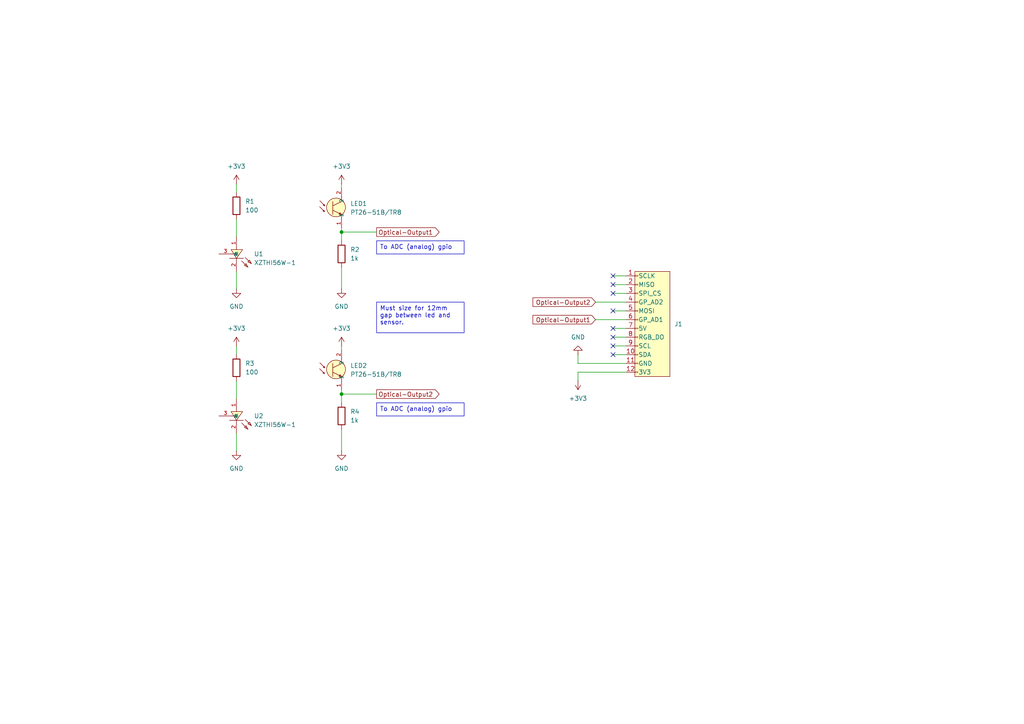
<source format=kicad_sch>
(kicad_sch (version 20231120) (generator "eeschema") (generator_version "8.0")
  (paper "A4")
  (lib_symbols
    (symbol "Device:R" (pin_numbers hide) (pin_names (offset 0))
      (property "Reference" "R" (at 2.032 0 90))
      (property "Value" "R" (at 0 0 90))
      (symbol "R_0_1"
        (rectangle (start -1.016 -2.54) (end 1.016 2.54) (stroke (width 0.254)))
      )
      (symbol "R_1_1"
        (pin passive line (at 0 3.81 270) (length 1.27) (name "~") (number "1"))
        (pin passive line (at 0 -3.81 90) (length 1.27) (name "~") (number "2"))
      )
    )
    (symbol "MyKicadSymbols:PT26-51B/TR8"
      (property "Reference" "LED" (at 0 1.27 0))
      (property "Value" "PT26-51B{slash}TR8" (at 0 -2.54 0))
      (symbol "PT26-51B/TR8_0_1"
        (polyline (pts (xy -3.81 -0.254) (xy -2.4308 -1.6688)))
        (polyline (pts (xy -3.7389 1.4503) (xy -2.3597 0.0356)))
        (polyline (pts (xy 0 1.27) (xy 0 -2.54)))
        (polyline (pts (xy 0.0178 0.0152) (xy 2.5451 1.2217) (xy 2.5451 2.5425)))
        (polyline (pts (xy 0.0305 -1.2929) (xy 2.5451 -2.5375) (xy 2.5578 -3.8075)))
        (polyline (pts (xy -2.8346 -1.5494) (xy -2.38 -1.7348) (xy -2.54 -1.2954) (xy -2.54 -1.2954) (xy -2.8346 -1.5494)) (fill (type background)))
        (polyline (pts (xy -2.7635 0.1549) (xy -2.3089 -0.0305) (xy -2.4689 0.4089) (xy -2.4689 0.4089) (xy -2.7635 0.1549)) (fill (type background)))
        (polyline (pts (xy 1.8034 -2.5019) (xy 2.5527 -2.5527) (xy 2.093 -1.971) (xy 2.093 -1.971) (xy 1.8034 -2.5019)) (fill (type background)))
        (circle (center 0.9398 -0.4699) (radius 2.7178) (fill (type background)))
        (pin unspecified line (at 2.54 -6.35 90) (length 2.54) (name "1") (number "1"))
        (pin unspecified line (at 2.54 5.08 270) (length 2.54) (name "2") (number "2"))
      )
    )
    (symbol "MyKicadSymbols:XZTHI56W-1"
      (property "Reference" "U" (at 0 1.27 0))
      (property "Value" "XZTHI56W-1" (at 0 -2.54 0))
      (symbol "XZTHI56W-1_0_1"
        (polyline (pts (xy 0 -1.27) (xy 0 -0.762)))
        (polyline (pts (xy 1.016 2.54) (xy 2.794 4.318)))
        (polyline (pts (xy 1.27 2.032) (xy 1.27 -2.032)))
        (polyline (pts (xy 2.032 1.524) (xy 3.81 3.302)))
        (polyline (pts (xy -1.27 -1.524) (xy 1.27 0) (xy -1.27 1.778) (xy -1.27 -1.524)) (fill (type background)))
        (polyline (pts (xy 2.794 4.318) (xy 1.778 3.81) (xy 2.286 3.302) (xy 2.794 4.318)) (fill (type background)))
        (polyline (pts (xy 3.81 3.302) (xy 2.794 2.794) (xy 3.302 2.286) (xy 3.81 3.302)) (fill (type background)))
        (pin unspecified line (at -5.08 0 0) (length 3.81) (name "A") (number "1"))
        (pin unspecified line (at 5.08 0 180) (length 3.81) (name "K") (number "2"))
        (pin unspecified line (at 0 -5.08 90) (length 3.81) (name "A") (number "3"))
      )
    )
    (symbol "Vik:vik-module-connector" (pin_names (offset 1))
      (property "Reference" "J" (at 0 15.875 0))
      (symbol "vik-module-connector_1_1"
        (rectangle (start -5.08 13.97) (end 5.08 -16.51) (fill (type background)))
        (rectangle (start -5.0546 -15.113) (end -4.191 -15.367) (stroke (width 0.1)))
        (rectangle (start -5.0546 -12.573) (end -4.191 -12.827) (stroke (width 0.1)))
        (rectangle (start -5.0546 -10.033) (end -4.191 -10.287) (stroke (width 0.1)))
        (rectangle (start -5.0546 -7.493) (end -4.191 -7.747) (stroke (width 0.1)))
        (rectangle (start -5.0546 -4.953) (end -4.191 -5.207) (stroke (width 0.1)))
        (rectangle (start -5.0546 -2.413) (end -4.191 -2.667) (stroke (width 0.1)))
        (rectangle (start -5.0546 0.127) (end -4.191 -0.127) (stroke (width 0.1)))
        (rectangle (start -5.0546 2.667) (end -4.191 2.413) (stroke (width 0.1)))
        (rectangle (start -5.0546 5.207) (end -4.191 4.953) (stroke (width 0.1)))
        (rectangle (start -5.0546 7.747) (end -4.191 7.493) (stroke (width 0.1)))
        (rectangle (start -5.0546 10.287) (end -4.191 10.033) (stroke (width 0.1)))
        (rectangle (start -5.0546 12.827) (end -4.191 12.573) (stroke (width 0.1)))
        (pin output line (at -7.62 12.7 0) (length 2.54) (name "SCLK") (number "1"))
        (pin bidirectional line (at -7.62 -10.16 0) (length 2.54) (name "SDA") (number "10"))
        (pin power_out line (at -7.62 -12.7 0) (length 2.54) (name "GND") (number "11"))
        (pin power_out line (at -7.62 -15.24 0) (length 2.54) (name "3V3") (number "12"))
        (pin tri_state line (at -7.62 10.16 0) (length 2.54) (name "MISO") (number "2"))
        (pin output line (at -7.62 7.62 0) (length 2.54) (name "SPI_CS") (number "3"))
        (pin bidirectional line (at -7.62 5.08 0) (length 2.54) (name "GP_AD2") (number "4"))
        (pin output line (at -7.62 2.54 0) (length 2.54) (name "MOSI") (number "5"))
        (pin bidirectional line (at -7.62 0 0) (length 2.54) (name "GP_AD1") (number "6"))
        (pin power_out line (at -7.62 -2.54 0) (length 2.54) (name "5V") (number "7"))
        (pin output line (at -7.62 -5.08 0) (length 2.54) (name "RGB_DO") (number "8"))
        (pin bidirectional line (at -7.62 -7.62 0) (length 2.54) (name "SCL") (number "9"))
      )
    )
    (symbol "power:+3V3" (power) (pin_numbers hide) (pin_names (offset 0) hide)
      (property "Value" "+3V3" (at 0 3.556 0))
      (symbol "+3V3_0_1"
        (polyline (pts (xy -0.762 1.27) (xy 0 2.54)))
        (polyline (pts (xy 0 0) (xy 0 2.54)))
        (polyline (pts (xy 0 2.54) (xy 0.762 1.27)))
      )
      (symbol "+3V3_1_1"
        (pin power_in line (at 0 0 90) (length 0) (name "~") (number "1"))
      )
    )
    (symbol "power:GND" (power) (pin_numbers hide) (pin_names (offset 0) hide)
      (property "Value" "GND" (at 0 -3.81 0))
      (symbol "GND_0_1"
        (polyline (pts (xy 0 0) (xy 0 -1.27) (xy 1.27 -1.27) (xy 0 -2.54) (xy -1.27 -1.27) (xy 0 -1.27)))
      )
      (symbol "GND_1_1"
        (pin power_in line (at 0 0 270) (length 0) (name "~") (number "1"))
      )
    )
  )
  (junction (at 99.06 114.3))
  (junction (at 99.06 67.31))
  (no_connect (at 177.8 90.17))
  (no_connect (at 177.8 97.79))
  (no_connect (at 177.8 80.01))
  (no_connect (at 177.8 85.09))
  (no_connect (at 177.8 95.25))
  (no_connect (at 177.8 102.87))
  (no_connect (at 177.8 82.55))
  (no_connect (at 177.8 100.33))
  (wire (pts (xy 99.06 66.04) (xy 99.06 67.31)))
  (wire (pts (xy 181.61 107.95) (xy 167.64 107.95)))
  (wire (pts (xy 172.72 92.71) (xy 181.61 92.71)))
  (wire (pts (xy 68.58 78.74) (xy 68.58 83.82)))
  (wire (pts (xy 68.58 100.33) (xy 68.58 102.87)))
  (wire (pts (xy 68.58 125.73) (xy 68.58 130.81)))
  (wire (pts (xy 177.8 82.55) (xy 181.61 82.55)))
  (wire (pts (xy 99.06 53.34) (xy 99.06 54.61)))
  (wire (pts (xy 177.8 97.79) (xy 181.61 97.79)))
  (wire (pts (xy 99.06 114.3) (xy 109.22 114.3)))
  (wire (pts (xy 177.8 85.09) (xy 181.61 85.09)))
  (wire (pts (xy 68.58 63.5) (xy 68.58 68.58)))
  (wire (pts (xy 99.06 114.3) (xy 99.06 116.84)))
  (wire (pts (xy 99.06 77.47) (xy 99.06 83.82)))
  (wire (pts (xy 99.06 124.46) (xy 99.06 130.81)))
  (wire (pts (xy 99.06 67.31) (xy 99.06 69.85)))
  (wire (pts (xy 177.8 95.25) (xy 181.61 95.25)))
  (wire (pts (xy 99.06 113.03) (xy 99.06 114.3)))
  (wire (pts (xy 167.64 107.95) (xy 167.64 110.49)))
  (wire (pts (xy 181.61 105.41) (xy 167.64 105.41)))
  (wire (pts (xy 68.58 53.34) (xy 68.58 55.88)))
  (wire (pts (xy 99.06 100.33) (xy 99.06 101.6)))
  (wire (pts (xy 99.06 67.31) (xy 109.22 67.31)))
  (wire (pts (xy 177.8 80.01) (xy 181.61 80.01)))
  (wire (pts (xy 177.8 90.17) (xy 181.61 90.17)))
  (wire (pts (xy 177.8 100.33) (xy 181.61 100.33)))
  (wire (pts (xy 172.72 87.63) (xy 181.61 87.63)))
  (wire (pts (xy 167.64 105.41) (xy 167.64 102.87)))
  (wire (pts (xy 68.58 110.49) (xy 68.58 115.57)))
  (wire (pts (xy 177.8 102.87) (xy 181.61 102.87)))
  (text_box "To ADC (analog) gpio" (at 109.22 116.84 0) (size 25.4 3.81) (effects (font (size 1.27 1.27)) (justify left top)))
  (text_box "Must size for 12mm gap between led and sensor." (at 109.22 87.63 0) (size 25.4 8.89) (effects (font (size 1.27 1.27)) (justify left top)))
  (text_box "To ADC (analog) gpio" (at 109.22 69.85 0) (size 25.4 3.81) (effects (font (size 1.27 1.27)) (justify left top)))
  (global_label "Optical-Output2" (shape output) (at 109.22 114.3 0) (property "Intersheetrefs" "${INTERSHEET_REFS}" (effects (hide yes))))
  (global_label "Optical-Output1" (shape input) (at 172.72 92.71 180) (property "Intersheetrefs" "${INTERSHEET_REFS}" (effects (hide yes))))
  (global_label "Optical-Output2" (shape input) (at 172.72 87.63 180) (property "Intersheetrefs" "${INTERSHEET_REFS}" (effects (hide yes))))
  (global_label "Optical-Output1" (shape output) (at 109.22 67.31 0) (property "Intersheetrefs" "${INTERSHEET_REFS}" (effects (hide yes))))
  (symbol (lib_id "power:GND") (at 99.06 130.81 0) (unit 1)
    (property "Reference" "#PWR08" (effects (hide yes)))
    (property "Value" "GND" (at 99.06 135.89 0))
    (property "Description" "Power symbol creates a global label with name \"GND\" , ground" (effects (hide yes)))
  )
  (symbol (lib_id "power:+3V3") (at 99.06 53.34 0) (unit 1)
    (property "Reference" "#PWR04" (effects (hide yes)))
    (property "Value" "+3V3" (at 99.06 48.26 0))
    (property "Description" "Power symbol creates a global label with name \"+3V3\"" (effects (hide yes)))
  )
  (symbol (lib_id "MyKicadSymbols:XZTHI56W-1") (at 68.58 120.65 270) (unit 1)
    (property "Reference" "U2" (at 73.66 120.6499 90) (effects (justify left)))
    (property "Value" "XZTHI56W-1" (at 73.66 123.1899 90) (effects (justify left)))
    (property "Footprint" "MyKicadFootprints:LED-SMD_3P-L3.0-W2.5" (effects (hide yes)))
    (property "Datasheet" "https://atta.szlcsc.com/upload/public/pdf/source/231023/XZTNI56W-1.pdf-4806a5c2757b9e83d15799a04e010140.pdf" (effects (hide yes)))
    (property "LCSC" "C7158952" (effects (hide yes)))
  )
  (symbol (lib_id "MyKicadSymbols:PT26-51B/TR8") (at 96.52 106.68 0) (unit 1)
    (property "Reference" "LED2" (at 101.6 106.0436 0) (effects (justify left)))
    (property "Value" "PT26-51B/TR8" (at 101.6 108.5836 0) (effects (justify left)))
    (property "Footprint" "MyKicadFootprints:OPTO-SMD_PT26-51B-TR8" (effects (hide yes)))
    (property "Datasheet" "https://atta.szlcsc.com/upload/public/pdf/source/20150821/1457707348027.pdf" (effects (hide yes)))
    (property "LCSC" "C55976" (effects (hide yes)))
  )
  (symbol (lib_id "power:GND") (at 167.64 102.87 180) (unit 1)
    (property "Reference" "#PWR09" (effects (hide yes)))
    (property "Value" "GND" (at 167.64 97.79 0))
    (property "Description" "Power symbol creates a global label with name \"GND\" , ground" (effects (hide yes)))
  )
  (symbol (lib_id "power:+3V3") (at 99.06 100.33 0) (unit 1)
    (property "Reference" "#PWR07" (effects (hide yes)))
    (property "Value" "+3V3" (at 99.06 95.25 0))
    (property "Description" "Power symbol creates a global label with name \"+3V3\"" (effects (hide yes)))
  )
  (symbol (lib_id "Device:R") (at 68.58 106.68 0) (unit 1)
    (property "Reference" "R3" (at 71.12 105.4099 0) (effects (justify left)))
    (property "Value" "100" (at 71.12 107.9499 0) (effects (justify left)))
    (property "Footprint" "Resistor_SMD:R_0805_2012Metric" (effects (hide yes)))
    (property "Description" "Resistor" (effects (hide yes)))
  )
  (symbol (lib_id "Device:R") (at 68.58 59.69 0) (unit 1)
    (property "Reference" "R1" (at 71.12 58.4199 0) (effects (justify left)))
    (property "Value" "100" (at 71.12 60.9599 0) (effects (justify left)))
    (property "Footprint" "Resistor_SMD:R_0805_2012Metric" (effects (hide yes)))
    (property "Description" "Resistor" (effects (hide yes)))
  )
  (symbol (lib_id "Device:R") (at 99.06 120.65 0) (unit 1)
    (property "Reference" "R4" (at 101.6 119.3799 0) (effects (justify left)))
    (property "Value" "1k" (at 101.6 121.9199 0) (effects (justify left)))
    (property "Footprint" "Resistor_SMD:R_0805_2012Metric" (effects (hide yes)))
    (property "Description" "Resistor" (effects (hide yes)))
  )
  (symbol (lib_id "power:GND") (at 99.06 83.82 0) (unit 1)
    (property "Reference" "#PWR02" (effects (hide yes)))
    (property "Value" "GND" (at 99.06 88.9 0))
    (property "Description" "Power symbol creates a global label with name \"GND\" , ground" (effects (hide yes)))
  )
  (symbol (lib_id "MyKicadSymbols:XZTHI56W-1") (at 68.58 73.66 270) (unit 1)
    (property "Reference" "U1" (at 73.66 73.6599 90) (effects (justify left)))
    (property "Value" "XZTHI56W-1" (at 73.66 76.1999 90) (effects (justify left)))
    (property "Footprint" "MyKicadFootprints:LED-SMD_3P-L3.0-W2.5" (effects (hide yes)))
    (property "Datasheet" "https://atta.szlcsc.com/upload/public/pdf/source/231023/XZTNI56W-1.pdf-4806a5c2757b9e83d15799a04e010140.pdf" (effects (hide yes)))
    (property "LCSC" "C7158952" (effects (hide yes)))
  )
  (symbol (lib_id "power:+3V3") (at 68.58 53.34 0) (unit 1)
    (property "Reference" "#PWR01" (effects (hide yes)))
    (property "Value" "+3V3" (at 68.58 48.26 0))
    (property "Description" "Power symbol creates a global label with name \"+3V3\"" (effects (hide yes)))
  )
  (symbol (lib_id "power:GND") (at 68.58 83.82 0) (unit 1)
    (property "Reference" "#PWR03" (effects (hide yes)))
    (property "Value" "GND" (at 68.58 88.9 0))
    (property "Description" "Power symbol creates a global label with name \"GND\" , ground" (effects (hide yes)))
  )
  (symbol (lib_id "power:GND") (at 68.58 130.81 0) (unit 1)
    (property "Reference" "#PWR06" (effects (hide yes)))
    (property "Value" "GND" (at 68.58 135.89 0))
    (property "Description" "Power symbol creates a global label with name \"GND\" , ground" (effects (hide yes)))
  )
  (symbol (lib_id "power:+3V3") (at 167.64 110.49 180) (unit 1)
    (property "Reference" "#PWR010" (effects (hide yes)))
    (property "Value" "+3V3" (at 167.64 115.57 0))
    (property "Description" "Power symbol creates a global label with name \"+3V3\"" (effects (hide yes)))
  )
  (symbol (lib_id "power:+3V3") (at 68.58 100.33 0) (unit 1)
    (property "Reference" "#PWR05" (effects (hide yes)))
    (property "Value" "+3V3" (at 68.58 95.25 0))
    (property "Description" "Power symbol creates a global label with name \"+3V3\"" (effects (hide yes)))
  )
  (symbol (lib_id "Device:R") (at 99.06 73.66 0) (unit 1)
    (property "Reference" "R2" (at 101.6 72.3899 0) (effects (justify left)))
    (property "Value" "1k" (at 101.6 74.9299 0) (effects (justify left)))
    (property "Footprint" "Resistor_SMD:R_0805_2012Metric" (effects (hide yes)))
    (property "Description" "Resistor" (effects (hide yes)))
  )
  (symbol (lib_id "Vik:vik-module-connector") (at 189.23 92.71 0) (unit 1)
    (property "Reference" "J1" (at 195.58 93.9799 0) (effects (justify left)))
    (property "Value" "vik-module-connector" (effects (hide yes)))
    (property "Footprint" "MyKicadFootprints:FPC-SMD_12P-P0.50_HCTL_XW05202-120R-00" (effects (hide yes)))
  )
  (symbol (lib_id "MyKicadSymbols:PT26-51B/TR8") (at 96.52 59.69 0) (unit 1)
    (property "Reference" "LED1" (at 101.6 59.0536 0) (effects (justify left)))
    (property "Value" "PT26-51B/TR8" (at 101.6 61.5936 0) (effects (justify left)))
    (property "Footprint" "MyKicadFootprints:OPTO-SMD_PT26-51B-TR8" (effects (hide yes)))
    (property "Datasheet" "https://atta.szlcsc.com/upload/public/pdf/source/20150821/1457707348027.pdf" (effects (hide yes)))
    (property "LCSC" "C55976" (effects (hide yes)))
  )
)
</source>
